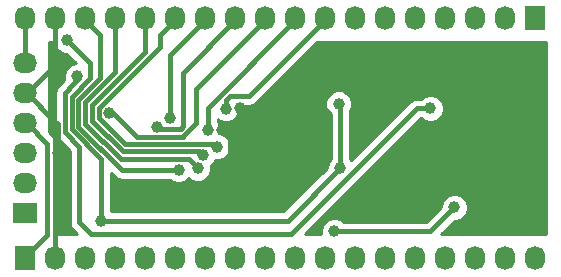
<source format=gbl>
%TF.GenerationSoftware,KiCad,Pcbnew,4.0.4-stable*%
%TF.CreationDate,2016-12-05T23:01:44+00:00*%
%TF.ProjectId,mightyduino,6D69676874796475696E6F2E6B696361,rev?*%
%TF.FileFunction,Copper,L2,Bot,Signal*%
%FSLAX46Y46*%
G04 Gerber Fmt 4.6, Leading zero omitted, Abs format (unit mm)*
G04 Created by KiCad (PCBNEW 4.0.4-stable) date Monday, 05 '05e' December '05e' 2016, 23:01:44*
%MOMM*%
%LPD*%
G01*
G04 APERTURE LIST*
%ADD10C,0.100000*%
%ADD11R,1.727200X2.032000*%
%ADD12O,1.727200X2.032000*%
%ADD13R,2.032000X1.727200*%
%ADD14O,2.032000X1.727200*%
%ADD15C,1.000000*%
%ADD16C,0.400000*%
%ADD17C,0.254000*%
G04 APERTURE END LIST*
D10*
D11*
X172720000Y-100330000D03*
D12*
X170180000Y-100330000D03*
X167640000Y-100330000D03*
X165100000Y-100330000D03*
X162560000Y-100330000D03*
X160020000Y-100330000D03*
X157480000Y-100330000D03*
X154940000Y-100330000D03*
X152400000Y-100330000D03*
X149860000Y-100330000D03*
X147320000Y-100330000D03*
X144780000Y-100330000D03*
X142240000Y-100330000D03*
X139700000Y-100330000D03*
X137160000Y-100330000D03*
X134620000Y-100330000D03*
X132080000Y-100330000D03*
X129540000Y-100330000D03*
D13*
X129540000Y-116840000D03*
D14*
X129540000Y-114300000D03*
X129540000Y-111760000D03*
X129540000Y-109220000D03*
X129540000Y-106680000D03*
X129540000Y-104140000D03*
D11*
X129540000Y-120650000D03*
D12*
X132080000Y-120650000D03*
X134620000Y-120650000D03*
X137160000Y-120650000D03*
X139700000Y-120650000D03*
X142240000Y-120650000D03*
X144780000Y-120650000D03*
X147320000Y-120650000D03*
X149860000Y-120650000D03*
X152400000Y-120650000D03*
X154940000Y-120650000D03*
X157480000Y-120650000D03*
X160020000Y-120650000D03*
X162560000Y-120650000D03*
X165100000Y-120650000D03*
X167640000Y-120650000D03*
X170180000Y-120650000D03*
X172720000Y-120650000D03*
D15*
X133935385Y-105233385D03*
X163822829Y-107956465D03*
X160020000Y-106934000D03*
X132282054Y-111760000D03*
X146165037Y-109790027D03*
X147706105Y-107945886D03*
X168402000Y-106172000D03*
X173228000Y-105410000D03*
X146860979Y-114562042D03*
X160985044Y-112306288D03*
X132080000Y-104140000D03*
X150447089Y-110959956D03*
X154305000Y-118110000D03*
X135948435Y-117503217D03*
X133052249Y-102169145D03*
X156083000Y-107569000D03*
X156210000Y-113030000D03*
X155702000Y-118364000D03*
X165862000Y-116332000D03*
X146526847Y-107988081D03*
X144984669Y-109788297D03*
X136652568Y-108344166D03*
X140651136Y-109508531D03*
X141796339Y-108775979D03*
X145781169Y-111200508D03*
X144556867Y-111903948D03*
X144147632Y-113010725D03*
X142513334Y-113151649D03*
D16*
X134112000Y-111207296D02*
X132872511Y-109967808D01*
X132872511Y-109967808D02*
X132872511Y-106649489D01*
X152030046Y-118587371D02*
X135097371Y-118587371D01*
X134112000Y-117602000D02*
X134112000Y-111207296D01*
X134112000Y-105410000D02*
X133935385Y-105233385D01*
X133612001Y-105909999D02*
X134112000Y-105410000D01*
X132872511Y-106649489D02*
X133612001Y-105909999D01*
X163822829Y-107956465D02*
X162660952Y-107956465D01*
X135097371Y-118587371D02*
X134112000Y-117602000D01*
X162660952Y-107956465D02*
X152030046Y-118587371D01*
X164846000Y-106045000D02*
X160909000Y-106045000D01*
X160909000Y-106045000D02*
X160020000Y-106934000D01*
X165608000Y-106807000D02*
X164846000Y-106045000D01*
X165608000Y-109093000D02*
X165608000Y-106807000D01*
X165227000Y-109474000D02*
X165608000Y-109093000D01*
X162894711Y-111806289D02*
X165227000Y-109474000D01*
X160985044Y-112306288D02*
X161485043Y-111806289D01*
X161485043Y-111806289D02*
X162894711Y-111806289D01*
X132282054Y-111052894D02*
X132282054Y-111760000D01*
X132080000Y-109067600D02*
X132282054Y-109269654D01*
X132080000Y-111962054D02*
X132282054Y-111760000D01*
X132080000Y-112395000D02*
X132080000Y-111962054D01*
X132282054Y-109269654D02*
X132282054Y-111052894D01*
X147706105Y-107945886D02*
X147706105Y-108652992D01*
X146860979Y-110485969D02*
X146665036Y-110290026D01*
X147706105Y-108652992D02*
X146569070Y-109790027D01*
X146860979Y-114562042D02*
X146860979Y-110485969D01*
X146569070Y-109790027D02*
X146165037Y-109790027D01*
X146665036Y-110290026D02*
X146165037Y-109790027D01*
X173228000Y-105410000D02*
X169164000Y-105410000D01*
X169164000Y-105410000D02*
X168402000Y-106172000D01*
X150447089Y-110959956D02*
X146860979Y-114546066D01*
X146860979Y-114546066D02*
X146860979Y-114562042D01*
X160108712Y-112306288D02*
X160277938Y-112306288D01*
X154305000Y-118110000D02*
X160108712Y-112306288D01*
X160277938Y-112306288D02*
X160985044Y-112306288D01*
X132080000Y-104140000D02*
X132080000Y-104163688D01*
X132080000Y-120650000D02*
X132080000Y-109067600D01*
X132080000Y-109067600D02*
X129692400Y-106680000D01*
X129692400Y-106680000D02*
X129540000Y-106680000D01*
X129692400Y-106680000D02*
X132080000Y-104292400D01*
X132080000Y-104292400D02*
X132080000Y-101746000D01*
X132080000Y-101746000D02*
X132080000Y-100330000D01*
X129540000Y-104140000D02*
X129540000Y-100330000D01*
X136655541Y-117503217D02*
X135948435Y-117503217D01*
X151736783Y-117503217D02*
X136655541Y-117503217D01*
X133452522Y-106960772D02*
X133452522Y-109727560D01*
X135021947Y-105391347D02*
X133452522Y-106960772D01*
X135021947Y-104138843D02*
X135021947Y-105391347D01*
X135948435Y-116796111D02*
X135948435Y-117503217D01*
X133052249Y-102169145D02*
X135021947Y-104138843D01*
X135948435Y-112223473D02*
X135948435Y-116796111D01*
X133452522Y-109727560D02*
X135948435Y-112223473D01*
X156210000Y-113030000D02*
X151736783Y-117503217D01*
X156210000Y-113030000D02*
X156210000Y-107696000D01*
X156210000Y-107696000D02*
X156083000Y-107569000D01*
X165862000Y-116332000D02*
X163830000Y-118364000D01*
X163830000Y-118364000D02*
X155702000Y-118364000D01*
X129540000Y-120650000D02*
X129540000Y-120497600D01*
X129540000Y-120497600D02*
X131402044Y-118635556D01*
X131402044Y-110929644D02*
X129692400Y-109220000D01*
X131402044Y-118635556D02*
X131402044Y-110929644D01*
X129692400Y-109220000D02*
X129540000Y-109220000D01*
X129387600Y-109220000D02*
X129540000Y-109220000D01*
X148497390Y-106925010D02*
X146882812Y-106925010D01*
X146526847Y-107280975D02*
X146526847Y-107988081D01*
X146882812Y-106925010D02*
X146526847Y-107280975D01*
X154940000Y-100330000D02*
X154940000Y-100482400D01*
X154940000Y-100482400D02*
X148497390Y-106925010D01*
X144984669Y-109081191D02*
X144984669Y-109788297D01*
X152400000Y-100482400D02*
X144984669Y-107897731D01*
X152400000Y-100330000D02*
X152400000Y-100482400D01*
X144984669Y-107897731D02*
X144984669Y-109081191D01*
X143002000Y-110236000D02*
X142849467Y-110388533D01*
X142849467Y-110388533D02*
X138963533Y-110388533D01*
X138963533Y-110388533D02*
X136919166Y-108344166D01*
X136919166Y-108344166D02*
X136652568Y-108344166D01*
X144018000Y-109220000D02*
X143002000Y-110236000D01*
X144018000Y-106324400D02*
X144018000Y-109220000D01*
X149860000Y-100330000D02*
X149860000Y-100482400D01*
X149860000Y-100482400D02*
X144018000Y-106324400D01*
X142675989Y-109655989D02*
X140798594Y-109655989D01*
X140798594Y-109655989D02*
X140651136Y-109508531D01*
X142883998Y-109447980D02*
X142675989Y-109655989D01*
X147320000Y-100330000D02*
X147320000Y-100482400D01*
X147320000Y-100482400D02*
X142883998Y-104918402D01*
X142883998Y-104918402D02*
X142883998Y-109447980D01*
X141796339Y-108068873D02*
X141796339Y-108775979D01*
X144780000Y-100330000D02*
X144780000Y-100482400D01*
X144780000Y-100482400D02*
X141796339Y-103466061D01*
X141796339Y-103466061D02*
X141796339Y-108068873D01*
X135772566Y-108766568D02*
X138001346Y-110995348D01*
X145576009Y-110995348D02*
X145781169Y-111200508D01*
X138001346Y-110995348D02*
X145576009Y-110995348D01*
X135772566Y-107921764D02*
X135772566Y-108766568D01*
X140976400Y-102717930D02*
X135772566Y-107921764D01*
X140976400Y-101746000D02*
X140976400Y-102717930D01*
X142240000Y-100482400D02*
X140976400Y-101746000D01*
X142240000Y-100330000D02*
X142240000Y-100482400D01*
X139700000Y-100330000D02*
X139700000Y-103174071D01*
X135192555Y-107681516D02*
X135192555Y-109006816D01*
X135192555Y-109006816D02*
X137781863Y-111596124D01*
X137781863Y-111596124D02*
X144249043Y-111596124D01*
X139700000Y-103174071D02*
X135192555Y-107681516D01*
X144249043Y-111596124D02*
X144556867Y-111903948D01*
X134612544Y-107441268D02*
X134612544Y-109247064D01*
X143408546Y-112271639D02*
X143647633Y-112510726D01*
X137160000Y-100330000D02*
X137160000Y-104893812D01*
X143647633Y-112510726D02*
X144147632Y-113010725D01*
X137637119Y-112271639D02*
X143408546Y-112271639D01*
X137160000Y-104893812D02*
X134612544Y-107441268D01*
X134612544Y-109247064D02*
X137637119Y-112271639D01*
X137696870Y-113151649D02*
X141806228Y-113151649D01*
X134032533Y-109487312D02*
X137696870Y-113151649D01*
X141806228Y-113151649D02*
X142513334Y-113151649D01*
X135883600Y-105349953D02*
X134032533Y-107201020D01*
X134032533Y-107201020D02*
X134032533Y-109487312D01*
X135883600Y-101746000D02*
X135883600Y-105349953D01*
X134620000Y-100482400D02*
X135883600Y-101746000D01*
X134620000Y-100330000D02*
X134620000Y-100482400D01*
D17*
G36*
X131917052Y-102393920D02*
X132089482Y-102811231D01*
X132408484Y-103130790D01*
X132825493Y-103303948D01*
X133006342Y-103304106D01*
X133800502Y-104098266D01*
X133710610Y-104098188D01*
X133293299Y-104270618D01*
X132973740Y-104589620D01*
X132800582Y-105006629D01*
X132800188Y-105458160D01*
X132824393Y-105516739D01*
X132282077Y-106059055D01*
X132101072Y-106329948D01*
X132037511Y-106649489D01*
X132037511Y-109967808D01*
X132101072Y-110287349D01*
X132197766Y-110432062D01*
X132282077Y-110558242D01*
X133277000Y-111553164D01*
X133277000Y-117602000D01*
X133340561Y-117921541D01*
X133484689Y-118137244D01*
X133521566Y-118192434D01*
X133947132Y-118618000D01*
X132237044Y-118618000D01*
X132237044Y-110929644D01*
X132216514Y-110826434D01*
X132173484Y-110610104D01*
X131992478Y-110339210D01*
X131572000Y-109918732D01*
X131572000Y-102362000D01*
X131917080Y-102362000D01*
X131917052Y-102393920D01*
X131917052Y-102393920D01*
G37*
X131917052Y-102393920D02*
X132089482Y-102811231D01*
X132408484Y-103130790D01*
X132825493Y-103303948D01*
X133006342Y-103304106D01*
X133800502Y-104098266D01*
X133710610Y-104098188D01*
X133293299Y-104270618D01*
X132973740Y-104589620D01*
X132800582Y-105006629D01*
X132800188Y-105458160D01*
X132824393Y-105516739D01*
X132282077Y-106059055D01*
X132101072Y-106329948D01*
X132037511Y-106649489D01*
X132037511Y-109967808D01*
X132101072Y-110287349D01*
X132197766Y-110432062D01*
X132282077Y-110558242D01*
X133277000Y-111553164D01*
X133277000Y-117602000D01*
X133340561Y-117921541D01*
X133484689Y-118137244D01*
X133521566Y-118192434D01*
X133947132Y-118618000D01*
X132237044Y-118618000D01*
X132237044Y-110929644D01*
X132216514Y-110826434D01*
X132173484Y-110610104D01*
X131992478Y-110339210D01*
X131572000Y-109918732D01*
X131572000Y-102362000D01*
X131917080Y-102362000D01*
X131917052Y-102393920D01*
G36*
X173661000Y-118618000D02*
X164756868Y-118618000D01*
X165907827Y-117467041D01*
X166086775Y-117467197D01*
X166504086Y-117294767D01*
X166823645Y-116975765D01*
X166996803Y-116558756D01*
X166997197Y-116107225D01*
X166824767Y-115689914D01*
X166505765Y-115370355D01*
X166088756Y-115197197D01*
X165637225Y-115196803D01*
X165219914Y-115369233D01*
X164900355Y-115688235D01*
X164727197Y-116105244D01*
X164727039Y-116286093D01*
X163484132Y-117529000D01*
X156472189Y-117529000D01*
X156345765Y-117402355D01*
X155928756Y-117229197D01*
X155477225Y-117228803D01*
X155059914Y-117401233D01*
X154740355Y-117720235D01*
X154567197Y-118137244D01*
X154566803Y-118588775D01*
X154578879Y-118618000D01*
X153180285Y-118618000D01*
X163006820Y-108791465D01*
X163052640Y-108791465D01*
X163179064Y-108918110D01*
X163596073Y-109091268D01*
X164047604Y-109091662D01*
X164464915Y-108919232D01*
X164784474Y-108600230D01*
X164957632Y-108183221D01*
X164958026Y-107731690D01*
X164785596Y-107314379D01*
X164466594Y-106994820D01*
X164049585Y-106821662D01*
X163598054Y-106821268D01*
X163180743Y-106993698D01*
X163052753Y-107121465D01*
X162660952Y-107121465D01*
X162341411Y-107185026D01*
X162147821Y-107314379D01*
X162070518Y-107366031D01*
X157110755Y-112325794D01*
X157045000Y-112259924D01*
X157045000Y-108211910D01*
X157217803Y-107795756D01*
X157218197Y-107344225D01*
X157045767Y-106926914D01*
X156726765Y-106607355D01*
X156309756Y-106434197D01*
X155858225Y-106433803D01*
X155440914Y-106606233D01*
X155121355Y-106925235D01*
X154948197Y-107342244D01*
X154947803Y-107793775D01*
X155120233Y-108211086D01*
X155375000Y-108466298D01*
X155375000Y-112259811D01*
X155248355Y-112386235D01*
X155075197Y-112803244D01*
X155075039Y-112984093D01*
X151390915Y-116668217D01*
X136783435Y-116668217D01*
X136783435Y-113419082D01*
X137106436Y-113742083D01*
X137377329Y-113923088D01*
X137696870Y-113986649D01*
X141743145Y-113986649D01*
X141869569Y-114113294D01*
X142286578Y-114286452D01*
X142738109Y-114286846D01*
X143155420Y-114114416D01*
X143400970Y-113869294D01*
X143503867Y-113972370D01*
X143920876Y-114145528D01*
X144372407Y-114145922D01*
X144789718Y-113973492D01*
X145109277Y-113654490D01*
X145282435Y-113237481D01*
X145282829Y-112785950D01*
X145281962Y-112783851D01*
X145518512Y-112547713D01*
X145606690Y-112335357D01*
X146005944Y-112335705D01*
X146423255Y-112163275D01*
X146742814Y-111844273D01*
X146915972Y-111427264D01*
X146916366Y-110975733D01*
X146743936Y-110558422D01*
X146424934Y-110238863D01*
X146085128Y-110097763D01*
X146119472Y-110015053D01*
X146119866Y-109563522D01*
X145947436Y-109146211D01*
X145819669Y-109018221D01*
X145819669Y-108886202D01*
X145883082Y-108949726D01*
X146300091Y-109122884D01*
X146751622Y-109123278D01*
X147168933Y-108950848D01*
X147488492Y-108631846D01*
X147661650Y-108214837D01*
X147662044Y-107763306D01*
X147660682Y-107760010D01*
X148497390Y-107760010D01*
X148816931Y-107696449D01*
X149087824Y-107515444D01*
X154241268Y-102362000D01*
X173661000Y-102362000D01*
X173661000Y-118618000D01*
X173661000Y-118618000D01*
G37*
X173661000Y-118618000D02*
X164756868Y-118618000D01*
X165907827Y-117467041D01*
X166086775Y-117467197D01*
X166504086Y-117294767D01*
X166823645Y-116975765D01*
X166996803Y-116558756D01*
X166997197Y-116107225D01*
X166824767Y-115689914D01*
X166505765Y-115370355D01*
X166088756Y-115197197D01*
X165637225Y-115196803D01*
X165219914Y-115369233D01*
X164900355Y-115688235D01*
X164727197Y-116105244D01*
X164727039Y-116286093D01*
X163484132Y-117529000D01*
X156472189Y-117529000D01*
X156345765Y-117402355D01*
X155928756Y-117229197D01*
X155477225Y-117228803D01*
X155059914Y-117401233D01*
X154740355Y-117720235D01*
X154567197Y-118137244D01*
X154566803Y-118588775D01*
X154578879Y-118618000D01*
X153180285Y-118618000D01*
X163006820Y-108791465D01*
X163052640Y-108791465D01*
X163179064Y-108918110D01*
X163596073Y-109091268D01*
X164047604Y-109091662D01*
X164464915Y-108919232D01*
X164784474Y-108600230D01*
X164957632Y-108183221D01*
X164958026Y-107731690D01*
X164785596Y-107314379D01*
X164466594Y-106994820D01*
X164049585Y-106821662D01*
X163598054Y-106821268D01*
X163180743Y-106993698D01*
X163052753Y-107121465D01*
X162660952Y-107121465D01*
X162341411Y-107185026D01*
X162147821Y-107314379D01*
X162070518Y-107366031D01*
X157110755Y-112325794D01*
X157045000Y-112259924D01*
X157045000Y-108211910D01*
X157217803Y-107795756D01*
X157218197Y-107344225D01*
X157045767Y-106926914D01*
X156726765Y-106607355D01*
X156309756Y-106434197D01*
X155858225Y-106433803D01*
X155440914Y-106606233D01*
X155121355Y-106925235D01*
X154948197Y-107342244D01*
X154947803Y-107793775D01*
X155120233Y-108211086D01*
X155375000Y-108466298D01*
X155375000Y-112259811D01*
X155248355Y-112386235D01*
X155075197Y-112803244D01*
X155075039Y-112984093D01*
X151390915Y-116668217D01*
X136783435Y-116668217D01*
X136783435Y-113419082D01*
X137106436Y-113742083D01*
X137377329Y-113923088D01*
X137696870Y-113986649D01*
X141743145Y-113986649D01*
X141869569Y-114113294D01*
X142286578Y-114286452D01*
X142738109Y-114286846D01*
X143155420Y-114114416D01*
X143400970Y-113869294D01*
X143503867Y-113972370D01*
X143920876Y-114145528D01*
X144372407Y-114145922D01*
X144789718Y-113973492D01*
X145109277Y-113654490D01*
X145282435Y-113237481D01*
X145282829Y-112785950D01*
X145281962Y-112783851D01*
X145518512Y-112547713D01*
X145606690Y-112335357D01*
X146005944Y-112335705D01*
X146423255Y-112163275D01*
X146742814Y-111844273D01*
X146915972Y-111427264D01*
X146916366Y-110975733D01*
X146743936Y-110558422D01*
X146424934Y-110238863D01*
X146085128Y-110097763D01*
X146119472Y-110015053D01*
X146119866Y-109563522D01*
X145947436Y-109146211D01*
X145819669Y-109018221D01*
X145819669Y-108886202D01*
X145883082Y-108949726D01*
X146300091Y-109122884D01*
X146751622Y-109123278D01*
X147168933Y-108950848D01*
X147488492Y-108631846D01*
X147661650Y-108214837D01*
X147662044Y-107763306D01*
X147660682Y-107760010D01*
X148497390Y-107760010D01*
X148816931Y-107696449D01*
X149087824Y-107515444D01*
X154241268Y-102362000D01*
X173661000Y-102362000D01*
X173661000Y-118618000D01*
M02*

</source>
